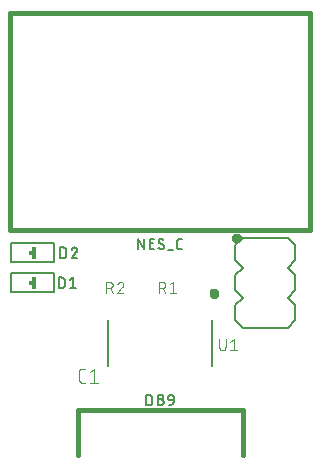
<source format=gto>
G75*
%MOIN*%
%OFA0B0*%
%FSLAX25Y25*%
%IPPOS*%
%LPD*%
%AMOC8*
5,1,8,0,0,1.08239X$1,22.5*
%
%ADD10C,0.01600*%
%ADD11C,0.00600*%
%ADD12C,0.00787*%
%ADD13C,0.00500*%
%ADD14C,0.00300*%
%ADD15R,0.01181X0.03937*%
%ADD16R,0.01181X0.01181*%
%ADD17C,0.00400*%
D10*
X0031000Y0006000D02*
X0031000Y0021000D01*
X0086000Y0021000D01*
X0086000Y0006000D01*
X0075713Y0060000D02*
X0075715Y0060056D01*
X0075721Y0060111D01*
X0075731Y0060165D01*
X0075744Y0060219D01*
X0075762Y0060272D01*
X0075783Y0060323D01*
X0075807Y0060373D01*
X0075835Y0060421D01*
X0075867Y0060467D01*
X0075901Y0060511D01*
X0075939Y0060552D01*
X0075979Y0060590D01*
X0076022Y0060625D01*
X0076067Y0060657D01*
X0076115Y0060686D01*
X0076164Y0060712D01*
X0076215Y0060734D01*
X0076267Y0060752D01*
X0076321Y0060766D01*
X0076376Y0060777D01*
X0076431Y0060784D01*
X0076486Y0060787D01*
X0076542Y0060786D01*
X0076597Y0060781D01*
X0076652Y0060772D01*
X0076706Y0060760D01*
X0076759Y0060743D01*
X0076811Y0060723D01*
X0076861Y0060699D01*
X0076909Y0060672D01*
X0076956Y0060642D01*
X0077000Y0060608D01*
X0077042Y0060571D01*
X0077080Y0060531D01*
X0077117Y0060489D01*
X0077150Y0060444D01*
X0077179Y0060398D01*
X0077206Y0060349D01*
X0077228Y0060298D01*
X0077248Y0060246D01*
X0077263Y0060192D01*
X0077275Y0060138D01*
X0077283Y0060083D01*
X0077287Y0060028D01*
X0077287Y0059972D01*
X0077283Y0059917D01*
X0077275Y0059862D01*
X0077263Y0059808D01*
X0077248Y0059754D01*
X0077228Y0059702D01*
X0077206Y0059651D01*
X0077179Y0059602D01*
X0077150Y0059556D01*
X0077117Y0059511D01*
X0077080Y0059469D01*
X0077042Y0059429D01*
X0077000Y0059392D01*
X0076956Y0059358D01*
X0076909Y0059328D01*
X0076861Y0059301D01*
X0076811Y0059277D01*
X0076759Y0059257D01*
X0076706Y0059240D01*
X0076652Y0059228D01*
X0076597Y0059219D01*
X0076542Y0059214D01*
X0076486Y0059213D01*
X0076431Y0059216D01*
X0076376Y0059223D01*
X0076321Y0059234D01*
X0076267Y0059248D01*
X0076215Y0059266D01*
X0076164Y0059288D01*
X0076115Y0059314D01*
X0076067Y0059343D01*
X0076022Y0059375D01*
X0075979Y0059410D01*
X0075939Y0059448D01*
X0075901Y0059489D01*
X0075867Y0059533D01*
X0075835Y0059579D01*
X0075807Y0059627D01*
X0075783Y0059677D01*
X0075762Y0059728D01*
X0075744Y0059781D01*
X0075731Y0059835D01*
X0075721Y0059889D01*
X0075715Y0059944D01*
X0075713Y0060000D01*
X0083213Y0078500D02*
X0083215Y0078556D01*
X0083221Y0078611D01*
X0083231Y0078665D01*
X0083244Y0078719D01*
X0083262Y0078772D01*
X0083283Y0078823D01*
X0083307Y0078873D01*
X0083335Y0078921D01*
X0083367Y0078967D01*
X0083401Y0079011D01*
X0083439Y0079052D01*
X0083479Y0079090D01*
X0083522Y0079125D01*
X0083567Y0079157D01*
X0083615Y0079186D01*
X0083664Y0079212D01*
X0083715Y0079234D01*
X0083767Y0079252D01*
X0083821Y0079266D01*
X0083876Y0079277D01*
X0083931Y0079284D01*
X0083986Y0079287D01*
X0084042Y0079286D01*
X0084097Y0079281D01*
X0084152Y0079272D01*
X0084206Y0079260D01*
X0084259Y0079243D01*
X0084311Y0079223D01*
X0084361Y0079199D01*
X0084409Y0079172D01*
X0084456Y0079142D01*
X0084500Y0079108D01*
X0084542Y0079071D01*
X0084580Y0079031D01*
X0084617Y0078989D01*
X0084650Y0078944D01*
X0084679Y0078898D01*
X0084706Y0078849D01*
X0084728Y0078798D01*
X0084748Y0078746D01*
X0084763Y0078692D01*
X0084775Y0078638D01*
X0084783Y0078583D01*
X0084787Y0078528D01*
X0084787Y0078472D01*
X0084783Y0078417D01*
X0084775Y0078362D01*
X0084763Y0078308D01*
X0084748Y0078254D01*
X0084728Y0078202D01*
X0084706Y0078151D01*
X0084679Y0078102D01*
X0084650Y0078056D01*
X0084617Y0078011D01*
X0084580Y0077969D01*
X0084542Y0077929D01*
X0084500Y0077892D01*
X0084456Y0077858D01*
X0084409Y0077828D01*
X0084361Y0077801D01*
X0084311Y0077777D01*
X0084259Y0077757D01*
X0084206Y0077740D01*
X0084152Y0077728D01*
X0084097Y0077719D01*
X0084042Y0077714D01*
X0083986Y0077713D01*
X0083931Y0077716D01*
X0083876Y0077723D01*
X0083821Y0077734D01*
X0083767Y0077748D01*
X0083715Y0077766D01*
X0083664Y0077788D01*
X0083615Y0077814D01*
X0083567Y0077843D01*
X0083522Y0077875D01*
X0083479Y0077910D01*
X0083439Y0077948D01*
X0083401Y0077989D01*
X0083367Y0078033D01*
X0083335Y0078079D01*
X0083307Y0078127D01*
X0083283Y0078177D01*
X0083262Y0078228D01*
X0083244Y0078281D01*
X0083231Y0078335D01*
X0083221Y0078389D01*
X0083215Y0078444D01*
X0083213Y0078500D01*
X0108500Y0081000D02*
X0108500Y0153500D01*
X0008500Y0153500D01*
X0008500Y0081000D01*
X0108500Y0081000D01*
D11*
X0065788Y0078200D02*
X0065032Y0078200D01*
X0064978Y0078198D01*
X0064924Y0078192D01*
X0064871Y0078183D01*
X0064819Y0078169D01*
X0064768Y0078152D01*
X0064718Y0078132D01*
X0064670Y0078108D01*
X0064623Y0078080D01*
X0064579Y0078049D01*
X0064537Y0078015D01*
X0064497Y0077979D01*
X0064461Y0077939D01*
X0064427Y0077897D01*
X0064396Y0077853D01*
X0064368Y0077806D01*
X0064344Y0077758D01*
X0064324Y0077708D01*
X0064307Y0077657D01*
X0064293Y0077605D01*
X0064284Y0077552D01*
X0064278Y0077498D01*
X0064276Y0077444D01*
X0064277Y0077444D02*
X0064277Y0075556D01*
X0064276Y0075556D02*
X0064278Y0075502D01*
X0064284Y0075448D01*
X0064293Y0075395D01*
X0064307Y0075343D01*
X0064324Y0075292D01*
X0064344Y0075242D01*
X0064368Y0075194D01*
X0064396Y0075147D01*
X0064427Y0075103D01*
X0064461Y0075061D01*
X0064497Y0075021D01*
X0064537Y0074985D01*
X0064579Y0074951D01*
X0064623Y0074920D01*
X0064670Y0074892D01*
X0064718Y0074868D01*
X0064768Y0074848D01*
X0064819Y0074831D01*
X0064871Y0074817D01*
X0064924Y0074808D01*
X0064978Y0074802D01*
X0065032Y0074800D01*
X0065788Y0074800D01*
X0062752Y0074422D02*
X0061241Y0074422D01*
X0059821Y0075556D02*
X0059819Y0075502D01*
X0059813Y0075448D01*
X0059804Y0075395D01*
X0059790Y0075343D01*
X0059773Y0075292D01*
X0059753Y0075242D01*
X0059729Y0075194D01*
X0059701Y0075147D01*
X0059670Y0075103D01*
X0059636Y0075061D01*
X0059600Y0075021D01*
X0059560Y0074985D01*
X0059518Y0074951D01*
X0059474Y0074920D01*
X0059427Y0074892D01*
X0059379Y0074868D01*
X0059329Y0074848D01*
X0059278Y0074831D01*
X0059226Y0074817D01*
X0059173Y0074808D01*
X0059119Y0074802D01*
X0059065Y0074800D01*
X0059820Y0075556D02*
X0059818Y0075609D01*
X0059813Y0075662D01*
X0059804Y0075714D01*
X0059791Y0075766D01*
X0059775Y0075816D01*
X0059755Y0075865D01*
X0059732Y0075913D01*
X0059705Y0075959D01*
X0059676Y0076004D01*
X0059643Y0076046D01*
X0059608Y0076085D01*
X0059570Y0076122D01*
X0059530Y0076157D01*
X0059487Y0076188D01*
X0059442Y0076217D01*
X0059443Y0076217D02*
X0058404Y0076783D01*
X0058782Y0078200D02*
X0058852Y0078198D01*
X0058922Y0078193D01*
X0058992Y0078184D01*
X0059061Y0078172D01*
X0059129Y0078157D01*
X0059197Y0078138D01*
X0059263Y0078116D01*
X0059329Y0078090D01*
X0059393Y0078062D01*
X0059455Y0078030D01*
X0059516Y0077995D01*
X0059575Y0077957D01*
X0059632Y0077917D01*
X0058405Y0076783D02*
X0058360Y0076812D01*
X0058317Y0076843D01*
X0058277Y0076878D01*
X0058239Y0076915D01*
X0058204Y0076954D01*
X0058171Y0076996D01*
X0058142Y0077041D01*
X0058115Y0077087D01*
X0058092Y0077135D01*
X0058072Y0077184D01*
X0058056Y0077234D01*
X0058043Y0077286D01*
X0058034Y0077338D01*
X0058029Y0077391D01*
X0058027Y0077444D01*
X0058026Y0077444D02*
X0058028Y0077498D01*
X0058034Y0077552D01*
X0058043Y0077605D01*
X0058057Y0077657D01*
X0058074Y0077708D01*
X0058094Y0077758D01*
X0058118Y0077806D01*
X0058146Y0077853D01*
X0058177Y0077897D01*
X0058211Y0077939D01*
X0058247Y0077979D01*
X0058287Y0078015D01*
X0058329Y0078049D01*
X0058373Y0078080D01*
X0058420Y0078108D01*
X0058468Y0078132D01*
X0058518Y0078152D01*
X0058569Y0078169D01*
X0058621Y0078183D01*
X0058674Y0078192D01*
X0058728Y0078198D01*
X0058782Y0078200D01*
X0057932Y0075272D02*
X0057989Y0075218D01*
X0058048Y0075166D01*
X0058110Y0075117D01*
X0058174Y0075072D01*
X0058241Y0075029D01*
X0058309Y0074990D01*
X0058379Y0074955D01*
X0058451Y0074923D01*
X0058525Y0074894D01*
X0058599Y0074869D01*
X0058675Y0074848D01*
X0058752Y0074831D01*
X0058830Y0074817D01*
X0058908Y0074808D01*
X0058986Y0074802D01*
X0059065Y0074800D01*
X0056573Y0074800D02*
X0055062Y0074800D01*
X0055062Y0078200D01*
X0056573Y0078200D01*
X0056196Y0076689D02*
X0055062Y0076689D01*
X0053101Y0078200D02*
X0053101Y0074800D01*
X0051212Y0078200D01*
X0051212Y0074800D01*
X0053896Y0026200D02*
X0054840Y0026200D01*
X0053896Y0026200D02*
X0053896Y0022800D01*
X0054840Y0022800D01*
X0054899Y0022802D01*
X0054958Y0022807D01*
X0055017Y0022817D01*
X0055075Y0022830D01*
X0055132Y0022846D01*
X0055188Y0022866D01*
X0055242Y0022890D01*
X0055295Y0022917D01*
X0055346Y0022947D01*
X0055395Y0022980D01*
X0055442Y0023017D01*
X0055486Y0023056D01*
X0055528Y0023098D01*
X0055567Y0023142D01*
X0055604Y0023189D01*
X0055637Y0023238D01*
X0055667Y0023289D01*
X0055694Y0023342D01*
X0055718Y0023396D01*
X0055738Y0023452D01*
X0055754Y0023509D01*
X0055767Y0023567D01*
X0055777Y0023626D01*
X0055782Y0023685D01*
X0055784Y0023744D01*
X0055784Y0025256D01*
X0055782Y0025315D01*
X0055777Y0025374D01*
X0055767Y0025433D01*
X0055754Y0025491D01*
X0055738Y0025548D01*
X0055718Y0025604D01*
X0055694Y0025658D01*
X0055667Y0025711D01*
X0055637Y0025762D01*
X0055604Y0025811D01*
X0055567Y0025858D01*
X0055528Y0025902D01*
X0055486Y0025944D01*
X0055442Y0025983D01*
X0055395Y0026020D01*
X0055346Y0026053D01*
X0055295Y0026083D01*
X0055242Y0026110D01*
X0055188Y0026134D01*
X0055132Y0026154D01*
X0055075Y0026170D01*
X0055017Y0026183D01*
X0054958Y0026193D01*
X0054899Y0026198D01*
X0054840Y0026200D01*
X0057812Y0026200D02*
X0057812Y0022800D01*
X0058757Y0022800D01*
X0058817Y0022802D01*
X0058878Y0022808D01*
X0058937Y0022817D01*
X0058996Y0022831D01*
X0059054Y0022848D01*
X0059111Y0022869D01*
X0059167Y0022893D01*
X0059220Y0022921D01*
X0059272Y0022953D01*
X0059322Y0022987D01*
X0059369Y0023025D01*
X0059414Y0023066D01*
X0059456Y0023109D01*
X0059495Y0023155D01*
X0059531Y0023204D01*
X0059564Y0023255D01*
X0059594Y0023307D01*
X0059620Y0023362D01*
X0059643Y0023418D01*
X0059662Y0023475D01*
X0059677Y0023534D01*
X0059689Y0023593D01*
X0059697Y0023653D01*
X0059701Y0023714D01*
X0059701Y0023774D01*
X0059697Y0023835D01*
X0059689Y0023895D01*
X0059677Y0023954D01*
X0059662Y0024013D01*
X0059643Y0024070D01*
X0059620Y0024126D01*
X0059594Y0024181D01*
X0059564Y0024233D01*
X0059531Y0024284D01*
X0059495Y0024333D01*
X0059456Y0024379D01*
X0059414Y0024422D01*
X0059369Y0024463D01*
X0059322Y0024501D01*
X0059272Y0024535D01*
X0059220Y0024567D01*
X0059167Y0024595D01*
X0059111Y0024619D01*
X0059054Y0024640D01*
X0058996Y0024657D01*
X0058937Y0024671D01*
X0058878Y0024680D01*
X0058817Y0024686D01*
X0058757Y0024688D01*
X0058757Y0024689D02*
X0057812Y0024689D01*
X0058757Y0024688D02*
X0058811Y0024690D01*
X0058865Y0024696D01*
X0058918Y0024705D01*
X0058970Y0024719D01*
X0059021Y0024736D01*
X0059071Y0024756D01*
X0059119Y0024780D01*
X0059166Y0024808D01*
X0059210Y0024839D01*
X0059252Y0024873D01*
X0059292Y0024909D01*
X0059328Y0024949D01*
X0059362Y0024991D01*
X0059393Y0025035D01*
X0059421Y0025082D01*
X0059445Y0025130D01*
X0059465Y0025180D01*
X0059482Y0025231D01*
X0059496Y0025283D01*
X0059505Y0025336D01*
X0059511Y0025390D01*
X0059513Y0025444D01*
X0059511Y0025498D01*
X0059505Y0025552D01*
X0059496Y0025605D01*
X0059482Y0025657D01*
X0059465Y0025708D01*
X0059445Y0025758D01*
X0059421Y0025806D01*
X0059393Y0025853D01*
X0059362Y0025897D01*
X0059328Y0025939D01*
X0059292Y0025979D01*
X0059252Y0026015D01*
X0059210Y0026049D01*
X0059166Y0026080D01*
X0059119Y0026108D01*
X0059071Y0026132D01*
X0059021Y0026152D01*
X0058970Y0026169D01*
X0058918Y0026183D01*
X0058865Y0026192D01*
X0058811Y0026198D01*
X0058757Y0026200D01*
X0057812Y0026200D01*
X0061216Y0025256D02*
X0061216Y0025067D01*
X0061215Y0025067D02*
X0061217Y0025013D01*
X0061223Y0024959D01*
X0061232Y0024906D01*
X0061246Y0024854D01*
X0061263Y0024803D01*
X0061283Y0024753D01*
X0061307Y0024705D01*
X0061335Y0024658D01*
X0061366Y0024614D01*
X0061400Y0024572D01*
X0061436Y0024532D01*
X0061476Y0024496D01*
X0061518Y0024462D01*
X0061562Y0024431D01*
X0061609Y0024403D01*
X0061657Y0024379D01*
X0061707Y0024359D01*
X0061758Y0024342D01*
X0061810Y0024328D01*
X0061863Y0024319D01*
X0061917Y0024313D01*
X0061971Y0024311D01*
X0063104Y0024311D01*
X0063104Y0025256D01*
X0063102Y0025316D01*
X0063096Y0025377D01*
X0063087Y0025436D01*
X0063073Y0025495D01*
X0063056Y0025553D01*
X0063035Y0025610D01*
X0063011Y0025666D01*
X0062983Y0025719D01*
X0062951Y0025771D01*
X0062917Y0025821D01*
X0062879Y0025868D01*
X0062838Y0025913D01*
X0062795Y0025955D01*
X0062749Y0025994D01*
X0062700Y0026030D01*
X0062649Y0026063D01*
X0062597Y0026093D01*
X0062542Y0026119D01*
X0062486Y0026142D01*
X0062429Y0026161D01*
X0062370Y0026176D01*
X0062311Y0026188D01*
X0062251Y0026196D01*
X0062190Y0026200D01*
X0062130Y0026200D01*
X0062069Y0026196D01*
X0062009Y0026188D01*
X0061950Y0026176D01*
X0061891Y0026161D01*
X0061834Y0026142D01*
X0061778Y0026119D01*
X0061723Y0026093D01*
X0061671Y0026063D01*
X0061620Y0026030D01*
X0061571Y0025994D01*
X0061525Y0025955D01*
X0061482Y0025913D01*
X0061441Y0025868D01*
X0061403Y0025821D01*
X0061369Y0025771D01*
X0061337Y0025719D01*
X0061309Y0025666D01*
X0061285Y0025610D01*
X0061264Y0025553D01*
X0061247Y0025495D01*
X0061233Y0025436D01*
X0061224Y0025377D01*
X0061218Y0025316D01*
X0061216Y0025256D01*
X0063104Y0024311D02*
X0063102Y0024234D01*
X0063096Y0024158D01*
X0063087Y0024082D01*
X0063073Y0024007D01*
X0063056Y0023932D01*
X0063035Y0023859D01*
X0063010Y0023786D01*
X0062982Y0023715D01*
X0062950Y0023646D01*
X0062914Y0023578D01*
X0062875Y0023512D01*
X0062833Y0023448D01*
X0062788Y0023386D01*
X0062739Y0023327D01*
X0062688Y0023270D01*
X0062634Y0023216D01*
X0062577Y0023165D01*
X0062518Y0023116D01*
X0062456Y0023071D01*
X0062392Y0023029D01*
X0062326Y0022990D01*
X0062258Y0022954D01*
X0062189Y0022922D01*
X0062118Y0022894D01*
X0062045Y0022869D01*
X0061972Y0022848D01*
X0061897Y0022831D01*
X0061822Y0022817D01*
X0061746Y0022808D01*
X0061670Y0022802D01*
X0061593Y0022800D01*
D12*
X0075468Y0060646D02*
X0075470Y0060685D01*
X0075476Y0060724D01*
X0075486Y0060762D01*
X0075499Y0060799D01*
X0075516Y0060834D01*
X0075536Y0060868D01*
X0075560Y0060899D01*
X0075587Y0060928D01*
X0075616Y0060954D01*
X0075648Y0060977D01*
X0075682Y0060997D01*
X0075718Y0061013D01*
X0075755Y0061025D01*
X0075794Y0061034D01*
X0075833Y0061039D01*
X0075872Y0061040D01*
X0075911Y0061037D01*
X0075950Y0061030D01*
X0075987Y0061019D01*
X0076024Y0061005D01*
X0076059Y0060987D01*
X0076092Y0060966D01*
X0076123Y0060941D01*
X0076151Y0060914D01*
X0076176Y0060884D01*
X0076198Y0060851D01*
X0076217Y0060817D01*
X0076232Y0060781D01*
X0076244Y0060743D01*
X0076252Y0060705D01*
X0076256Y0060666D01*
X0076256Y0060626D01*
X0076252Y0060587D01*
X0076244Y0060549D01*
X0076232Y0060511D01*
X0076217Y0060475D01*
X0076198Y0060441D01*
X0076176Y0060408D01*
X0076151Y0060378D01*
X0076123Y0060351D01*
X0076092Y0060326D01*
X0076059Y0060305D01*
X0076024Y0060287D01*
X0075987Y0060273D01*
X0075950Y0060262D01*
X0075911Y0060255D01*
X0075872Y0060252D01*
X0075833Y0060253D01*
X0075794Y0060258D01*
X0075755Y0060267D01*
X0075718Y0060279D01*
X0075682Y0060295D01*
X0075648Y0060315D01*
X0075616Y0060338D01*
X0075587Y0060364D01*
X0075560Y0060393D01*
X0075536Y0060424D01*
X0075516Y0060458D01*
X0075499Y0060493D01*
X0075486Y0060530D01*
X0075476Y0060568D01*
X0075470Y0060607D01*
X0075468Y0060646D01*
D13*
X0075941Y0051177D02*
X0075941Y0035823D01*
X0086000Y0048500D02*
X0083500Y0051000D01*
X0083500Y0056000D01*
X0086000Y0058500D01*
X0083500Y0061000D01*
X0083500Y0066000D01*
X0086000Y0068500D01*
X0083500Y0071000D01*
X0083500Y0076000D01*
X0086000Y0078500D01*
X0101000Y0078500D01*
X0103500Y0076000D01*
X0103500Y0071000D01*
X0101000Y0068500D01*
X0103500Y0066000D01*
X0103500Y0061000D01*
X0101000Y0058500D01*
X0103500Y0056000D01*
X0103500Y0051000D01*
X0101000Y0048500D01*
X0086000Y0048500D01*
X0041059Y0051177D02*
X0041059Y0035823D01*
X0030443Y0061813D02*
X0028498Y0061813D01*
X0029471Y0061813D02*
X0029471Y0065313D01*
X0028498Y0064535D01*
X0026723Y0064341D02*
X0026723Y0062785D01*
X0026721Y0062724D01*
X0026715Y0062663D01*
X0026706Y0062603D01*
X0026692Y0062543D01*
X0026675Y0062485D01*
X0026655Y0062427D01*
X0026630Y0062371D01*
X0026603Y0062317D01*
X0026572Y0062264D01*
X0026537Y0062214D01*
X0026500Y0062165D01*
X0026460Y0062120D01*
X0026416Y0062076D01*
X0026371Y0062036D01*
X0026322Y0061999D01*
X0026272Y0061964D01*
X0026219Y0061933D01*
X0026165Y0061906D01*
X0026109Y0061881D01*
X0026051Y0061861D01*
X0025993Y0061844D01*
X0025933Y0061830D01*
X0025873Y0061821D01*
X0025812Y0061815D01*
X0025751Y0061813D01*
X0024778Y0061813D01*
X0024778Y0065313D01*
X0025751Y0065313D01*
X0025812Y0065311D01*
X0025873Y0065305D01*
X0025933Y0065296D01*
X0025993Y0065282D01*
X0026051Y0065265D01*
X0026109Y0065245D01*
X0026165Y0065220D01*
X0026219Y0065193D01*
X0026272Y0065162D01*
X0026322Y0065127D01*
X0026371Y0065090D01*
X0026416Y0065050D01*
X0026460Y0065006D01*
X0026500Y0064961D01*
X0026537Y0064912D01*
X0026572Y0064862D01*
X0026603Y0064809D01*
X0026630Y0064755D01*
X0026655Y0064699D01*
X0026675Y0064641D01*
X0026692Y0064583D01*
X0026706Y0064523D01*
X0026715Y0064463D01*
X0026721Y0064402D01*
X0026723Y0064341D01*
X0023283Y0066650D02*
X0023283Y0060350D01*
X0008717Y0060350D01*
X0008717Y0066650D01*
X0023283Y0066650D01*
X0023283Y0070350D02*
X0023283Y0076650D01*
X0008717Y0076650D01*
X0008717Y0070350D01*
X0023283Y0070350D01*
X0025278Y0071813D02*
X0026251Y0071813D01*
X0026312Y0071815D01*
X0026373Y0071821D01*
X0026433Y0071830D01*
X0026493Y0071844D01*
X0026551Y0071861D01*
X0026609Y0071881D01*
X0026665Y0071906D01*
X0026719Y0071933D01*
X0026772Y0071964D01*
X0026822Y0071999D01*
X0026871Y0072036D01*
X0026916Y0072076D01*
X0026960Y0072120D01*
X0027000Y0072165D01*
X0027037Y0072214D01*
X0027072Y0072264D01*
X0027103Y0072317D01*
X0027130Y0072371D01*
X0027155Y0072427D01*
X0027175Y0072485D01*
X0027192Y0072543D01*
X0027206Y0072603D01*
X0027215Y0072663D01*
X0027221Y0072724D01*
X0027223Y0072785D01*
X0027223Y0074341D01*
X0027221Y0074402D01*
X0027215Y0074463D01*
X0027206Y0074523D01*
X0027192Y0074583D01*
X0027175Y0074641D01*
X0027155Y0074699D01*
X0027130Y0074755D01*
X0027103Y0074809D01*
X0027072Y0074862D01*
X0027037Y0074912D01*
X0027000Y0074961D01*
X0026960Y0075006D01*
X0026916Y0075050D01*
X0026871Y0075090D01*
X0026822Y0075127D01*
X0026772Y0075162D01*
X0026719Y0075193D01*
X0026665Y0075220D01*
X0026609Y0075245D01*
X0026551Y0075265D01*
X0026493Y0075282D01*
X0026433Y0075296D01*
X0026373Y0075305D01*
X0026312Y0075311D01*
X0026251Y0075313D01*
X0025278Y0075313D01*
X0025278Y0071813D01*
X0028998Y0071813D02*
X0030943Y0071813D01*
X0028998Y0071813D02*
X0030651Y0073757D01*
X0030068Y0075313D02*
X0030004Y0075311D01*
X0029940Y0075306D01*
X0029876Y0075297D01*
X0029813Y0075284D01*
X0029751Y0075267D01*
X0029690Y0075248D01*
X0029630Y0075224D01*
X0029572Y0075198D01*
X0029515Y0075168D01*
X0029460Y0075134D01*
X0029407Y0075098D01*
X0029356Y0075059D01*
X0029308Y0075017D01*
X0029261Y0074972D01*
X0029218Y0074925D01*
X0029177Y0074875D01*
X0029140Y0074823D01*
X0029105Y0074769D01*
X0029073Y0074713D01*
X0029045Y0074655D01*
X0029020Y0074596D01*
X0028999Y0074535D01*
X0030651Y0073757D02*
X0030692Y0073799D01*
X0030731Y0073843D01*
X0030766Y0073890D01*
X0030799Y0073938D01*
X0030829Y0073989D01*
X0030855Y0074041D01*
X0030878Y0074095D01*
X0030898Y0074150D01*
X0030914Y0074206D01*
X0030927Y0074263D01*
X0030936Y0074321D01*
X0030941Y0074379D01*
X0030943Y0074438D01*
X0030941Y0074495D01*
X0030936Y0074552D01*
X0030926Y0074609D01*
X0030913Y0074664D01*
X0030897Y0074719D01*
X0030876Y0074773D01*
X0030853Y0074825D01*
X0030826Y0074876D01*
X0030796Y0074924D01*
X0030762Y0074971D01*
X0030726Y0075015D01*
X0030687Y0075057D01*
X0030645Y0075096D01*
X0030601Y0075132D01*
X0030554Y0075166D01*
X0030506Y0075196D01*
X0030455Y0075223D01*
X0030403Y0075246D01*
X0030349Y0075267D01*
X0030294Y0075283D01*
X0030239Y0075296D01*
X0030182Y0075306D01*
X0030125Y0075311D01*
X0030068Y0075313D01*
D14*
X0040650Y0063850D02*
X0040650Y0060150D01*
X0040650Y0061794D02*
X0041678Y0061794D01*
X0041883Y0061794D02*
X0042706Y0060150D01*
X0044228Y0060150D02*
X0046283Y0060150D01*
X0044228Y0060150D02*
X0045975Y0062206D01*
X0045358Y0063850D02*
X0045290Y0063848D01*
X0045222Y0063842D01*
X0045155Y0063833D01*
X0045089Y0063819D01*
X0045023Y0063802D01*
X0044958Y0063781D01*
X0044895Y0063756D01*
X0044833Y0063728D01*
X0044773Y0063696D01*
X0044715Y0063661D01*
X0044659Y0063623D01*
X0044606Y0063581D01*
X0044554Y0063537D01*
X0044506Y0063489D01*
X0044460Y0063439D01*
X0044417Y0063387D01*
X0044377Y0063332D01*
X0044340Y0063275D01*
X0044307Y0063216D01*
X0044277Y0063155D01*
X0044251Y0063092D01*
X0044228Y0063028D01*
X0045976Y0062205D02*
X0046019Y0062249D01*
X0046060Y0062296D01*
X0046097Y0062345D01*
X0046132Y0062396D01*
X0046163Y0062450D01*
X0046191Y0062505D01*
X0046215Y0062562D01*
X0046236Y0062620D01*
X0046253Y0062680D01*
X0046267Y0062740D01*
X0046276Y0062801D01*
X0046282Y0062863D01*
X0046284Y0062925D01*
X0046283Y0062925D02*
X0046281Y0062983D01*
X0046276Y0063041D01*
X0046267Y0063098D01*
X0046254Y0063155D01*
X0046238Y0063211D01*
X0046218Y0063266D01*
X0046195Y0063319D01*
X0046169Y0063371D01*
X0046139Y0063421D01*
X0046106Y0063469D01*
X0046071Y0063515D01*
X0046032Y0063558D01*
X0045991Y0063599D01*
X0045948Y0063638D01*
X0045902Y0063673D01*
X0045854Y0063706D01*
X0045804Y0063736D01*
X0045752Y0063762D01*
X0045699Y0063785D01*
X0045644Y0063805D01*
X0045588Y0063821D01*
X0045531Y0063834D01*
X0045474Y0063843D01*
X0045416Y0063848D01*
X0045358Y0063850D01*
X0041678Y0063850D02*
X0040650Y0063850D01*
X0041678Y0063850D02*
X0041741Y0063848D01*
X0041804Y0063842D01*
X0041867Y0063832D01*
X0041929Y0063819D01*
X0041990Y0063802D01*
X0042049Y0063781D01*
X0042108Y0063756D01*
X0042164Y0063728D01*
X0042219Y0063696D01*
X0042272Y0063661D01*
X0042322Y0063623D01*
X0042371Y0063582D01*
X0042416Y0063538D01*
X0042459Y0063491D01*
X0042498Y0063442D01*
X0042535Y0063390D01*
X0042568Y0063336D01*
X0042598Y0063280D01*
X0042625Y0063223D01*
X0042648Y0063164D01*
X0042667Y0063103D01*
X0042682Y0063042D01*
X0042694Y0062980D01*
X0042702Y0062917D01*
X0042706Y0062854D01*
X0042706Y0062790D01*
X0042702Y0062727D01*
X0042694Y0062664D01*
X0042682Y0062602D01*
X0042667Y0062541D01*
X0042648Y0062480D01*
X0042625Y0062421D01*
X0042598Y0062364D01*
X0042568Y0062308D01*
X0042535Y0062254D01*
X0042498Y0062202D01*
X0042459Y0062153D01*
X0042416Y0062106D01*
X0042371Y0062062D01*
X0042322Y0062021D01*
X0042272Y0061983D01*
X0042219Y0061948D01*
X0042164Y0061916D01*
X0042108Y0061888D01*
X0042049Y0061863D01*
X0041990Y0061842D01*
X0041929Y0061825D01*
X0041867Y0061812D01*
X0041804Y0061802D01*
X0041741Y0061796D01*
X0041678Y0061794D01*
X0058150Y0061794D02*
X0059178Y0061794D01*
X0059383Y0061794D02*
X0060206Y0060150D01*
X0061728Y0060150D02*
X0063783Y0060150D01*
X0062755Y0060150D02*
X0062755Y0063850D01*
X0061728Y0063028D01*
X0059178Y0063850D02*
X0059241Y0063848D01*
X0059304Y0063842D01*
X0059367Y0063832D01*
X0059429Y0063819D01*
X0059490Y0063802D01*
X0059549Y0063781D01*
X0059608Y0063756D01*
X0059664Y0063728D01*
X0059719Y0063696D01*
X0059772Y0063661D01*
X0059822Y0063623D01*
X0059871Y0063582D01*
X0059916Y0063538D01*
X0059959Y0063491D01*
X0059998Y0063442D01*
X0060035Y0063390D01*
X0060068Y0063336D01*
X0060098Y0063280D01*
X0060125Y0063223D01*
X0060148Y0063164D01*
X0060167Y0063103D01*
X0060182Y0063042D01*
X0060194Y0062980D01*
X0060202Y0062917D01*
X0060206Y0062854D01*
X0060206Y0062790D01*
X0060202Y0062727D01*
X0060194Y0062664D01*
X0060182Y0062602D01*
X0060167Y0062541D01*
X0060148Y0062480D01*
X0060125Y0062421D01*
X0060098Y0062364D01*
X0060068Y0062308D01*
X0060035Y0062254D01*
X0059998Y0062202D01*
X0059959Y0062153D01*
X0059916Y0062106D01*
X0059871Y0062062D01*
X0059822Y0062021D01*
X0059772Y0061983D01*
X0059719Y0061948D01*
X0059664Y0061916D01*
X0059608Y0061888D01*
X0059549Y0061863D01*
X0059490Y0061842D01*
X0059429Y0061825D01*
X0059367Y0061812D01*
X0059304Y0061802D01*
X0059241Y0061796D01*
X0059178Y0061794D01*
X0058150Y0060150D02*
X0058150Y0063850D01*
X0059178Y0063850D01*
X0078270Y0044712D02*
X0078270Y0042040D01*
X0078269Y0042040D02*
X0078271Y0041977D01*
X0078277Y0041914D01*
X0078287Y0041851D01*
X0078300Y0041789D01*
X0078317Y0041728D01*
X0078338Y0041669D01*
X0078363Y0041610D01*
X0078391Y0041554D01*
X0078423Y0041499D01*
X0078458Y0041446D01*
X0078496Y0041396D01*
X0078537Y0041347D01*
X0078581Y0041302D01*
X0078628Y0041259D01*
X0078677Y0041220D01*
X0078729Y0041183D01*
X0078783Y0041150D01*
X0078839Y0041120D01*
X0078896Y0041093D01*
X0078955Y0041070D01*
X0079016Y0041051D01*
X0079077Y0041036D01*
X0079139Y0041024D01*
X0079202Y0041016D01*
X0079265Y0041012D01*
X0079329Y0041012D01*
X0079392Y0041016D01*
X0079455Y0041024D01*
X0079517Y0041036D01*
X0079578Y0041051D01*
X0079639Y0041070D01*
X0079698Y0041093D01*
X0079755Y0041120D01*
X0079811Y0041150D01*
X0079865Y0041183D01*
X0079917Y0041220D01*
X0079966Y0041259D01*
X0080013Y0041302D01*
X0080057Y0041347D01*
X0080098Y0041396D01*
X0080136Y0041446D01*
X0080171Y0041499D01*
X0080203Y0041554D01*
X0080231Y0041610D01*
X0080256Y0041669D01*
X0080277Y0041728D01*
X0080294Y0041789D01*
X0080307Y0041851D01*
X0080317Y0041914D01*
X0080323Y0041977D01*
X0080325Y0042040D01*
X0080325Y0044712D01*
X0081990Y0043890D02*
X0083017Y0044712D01*
X0083017Y0041012D01*
X0081990Y0041012D02*
X0084045Y0041012D01*
D15*
X0016591Y0063500D03*
X0016591Y0073500D03*
D16*
X0015409Y0073500D03*
X0015409Y0063500D03*
D17*
X0032504Y0034800D02*
X0033526Y0034800D01*
X0032504Y0034800D02*
X0032442Y0034798D01*
X0032381Y0034793D01*
X0032320Y0034783D01*
X0032259Y0034770D01*
X0032200Y0034754D01*
X0032142Y0034734D01*
X0032085Y0034710D01*
X0032029Y0034683D01*
X0031975Y0034653D01*
X0031923Y0034619D01*
X0031874Y0034582D01*
X0031826Y0034543D01*
X0031781Y0034501D01*
X0031739Y0034456D01*
X0031699Y0034408D01*
X0031663Y0034359D01*
X0031629Y0034307D01*
X0031599Y0034253D01*
X0031572Y0034197D01*
X0031548Y0034140D01*
X0031528Y0034082D01*
X0031512Y0034023D01*
X0031499Y0033962D01*
X0031489Y0033901D01*
X0031484Y0033840D01*
X0031482Y0033778D01*
X0031481Y0033778D02*
X0031481Y0031222D01*
X0031482Y0031222D02*
X0031484Y0031160D01*
X0031489Y0031099D01*
X0031499Y0031038D01*
X0031512Y0030977D01*
X0031528Y0030918D01*
X0031548Y0030860D01*
X0031572Y0030803D01*
X0031599Y0030747D01*
X0031629Y0030693D01*
X0031663Y0030641D01*
X0031699Y0030592D01*
X0031739Y0030544D01*
X0031781Y0030499D01*
X0031826Y0030457D01*
X0031874Y0030417D01*
X0031923Y0030381D01*
X0031975Y0030347D01*
X0032029Y0030317D01*
X0032085Y0030290D01*
X0032142Y0030266D01*
X0032200Y0030246D01*
X0032259Y0030230D01*
X0032320Y0030217D01*
X0032381Y0030207D01*
X0032442Y0030202D01*
X0032504Y0030200D01*
X0033526Y0030200D01*
X0035244Y0030200D02*
X0037800Y0030200D01*
X0036522Y0030200D02*
X0036522Y0034800D01*
X0035244Y0033778D01*
M02*

</source>
